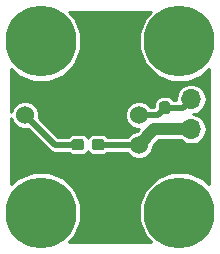
<source format=gbr>
G04 #@! TF.GenerationSoftware,KiCad,Pcbnew,(5.0.2)-1*
G04 #@! TF.CreationDate,2019-04-11T17:23:55+09:00*
G04 #@! TF.ProjectId,Phote_Big,50686f74-655f-4426-9967-2e6b69636164,rev?*
G04 #@! TF.SameCoordinates,Original*
G04 #@! TF.FileFunction,Copper,L2,Bot*
G04 #@! TF.FilePolarity,Positive*
%FSLAX46Y46*%
G04 Gerber Fmt 4.6, Leading zero omitted, Abs format (unit mm)*
G04 Created by KiCad (PCBNEW (5.0.2)-1) date 2019/04/11 17:23:55*
%MOMM*%
%LPD*%
G01*
G04 APERTURE LIST*
G04 #@! TA.AperFunction,Conductor*
%ADD10C,0.100000*%
G04 #@! TD*
G04 #@! TA.AperFunction,SMDPad,CuDef*
%ADD11C,0.950000*%
G04 #@! TD*
G04 #@! TA.AperFunction,ComponentPad*
%ADD12C,1.524000*%
G04 #@! TD*
G04 #@! TA.AperFunction,ComponentPad*
%ADD13R,1.700000X1.700000*%
G04 #@! TD*
G04 #@! TA.AperFunction,ComponentPad*
%ADD14O,1.700000X1.700000*%
G04 #@! TD*
G04 #@! TA.AperFunction,ViaPad*
%ADD15C,6.000000*%
G04 #@! TD*
G04 #@! TA.AperFunction,Conductor*
%ADD16C,0.500000*%
G04 #@! TD*
G04 #@! TA.AperFunction,Conductor*
%ADD17C,1.000000*%
G04 #@! TD*
G04 #@! TA.AperFunction,Conductor*
%ADD18C,0.254000*%
G04 #@! TD*
G04 APERTURE END LIST*
D10*
G04 #@! TO.N,Net-(R1-Pad1)*
G04 #@! TO.C,R1*
G36*
X139685779Y-115776144D02*
X139708834Y-115779563D01*
X139731443Y-115785227D01*
X139753387Y-115793079D01*
X139774457Y-115803044D01*
X139794448Y-115815026D01*
X139813168Y-115828910D01*
X139830438Y-115844562D01*
X139846090Y-115861832D01*
X139859974Y-115880552D01*
X139871956Y-115900543D01*
X139881921Y-115921613D01*
X139889773Y-115943557D01*
X139895437Y-115966166D01*
X139898856Y-115989221D01*
X139900000Y-116012500D01*
X139900000Y-116487500D01*
X139898856Y-116510779D01*
X139895437Y-116533834D01*
X139889773Y-116556443D01*
X139881921Y-116578387D01*
X139871956Y-116599457D01*
X139859974Y-116619448D01*
X139846090Y-116638168D01*
X139830438Y-116655438D01*
X139813168Y-116671090D01*
X139794448Y-116684974D01*
X139774457Y-116696956D01*
X139753387Y-116706921D01*
X139731443Y-116714773D01*
X139708834Y-116720437D01*
X139685779Y-116723856D01*
X139662500Y-116725000D01*
X139087500Y-116725000D01*
X139064221Y-116723856D01*
X139041166Y-116720437D01*
X139018557Y-116714773D01*
X138996613Y-116706921D01*
X138975543Y-116696956D01*
X138955552Y-116684974D01*
X138936832Y-116671090D01*
X138919562Y-116655438D01*
X138903910Y-116638168D01*
X138890026Y-116619448D01*
X138878044Y-116599457D01*
X138868079Y-116578387D01*
X138860227Y-116556443D01*
X138854563Y-116533834D01*
X138851144Y-116510779D01*
X138850000Y-116487500D01*
X138850000Y-116012500D01*
X138851144Y-115989221D01*
X138854563Y-115966166D01*
X138860227Y-115943557D01*
X138868079Y-115921613D01*
X138878044Y-115900543D01*
X138890026Y-115880552D01*
X138903910Y-115861832D01*
X138919562Y-115844562D01*
X138936832Y-115828910D01*
X138955552Y-115815026D01*
X138975543Y-115803044D01*
X138996613Y-115793079D01*
X139018557Y-115785227D01*
X139041166Y-115779563D01*
X139064221Y-115776144D01*
X139087500Y-115775000D01*
X139662500Y-115775000D01*
X139685779Y-115776144D01*
X139685779Y-115776144D01*
G37*
D11*
G04 #@! TD*
G04 #@! TO.P,R1,1*
G04 #@! TO.N,Net-(R1-Pad1)*
X139375000Y-116250000D03*
D10*
G04 #@! TO.N,+5V*
G04 #@! TO.C,R1*
G36*
X141435779Y-115776144D02*
X141458834Y-115779563D01*
X141481443Y-115785227D01*
X141503387Y-115793079D01*
X141524457Y-115803044D01*
X141544448Y-115815026D01*
X141563168Y-115828910D01*
X141580438Y-115844562D01*
X141596090Y-115861832D01*
X141609974Y-115880552D01*
X141621956Y-115900543D01*
X141631921Y-115921613D01*
X141639773Y-115943557D01*
X141645437Y-115966166D01*
X141648856Y-115989221D01*
X141650000Y-116012500D01*
X141650000Y-116487500D01*
X141648856Y-116510779D01*
X141645437Y-116533834D01*
X141639773Y-116556443D01*
X141631921Y-116578387D01*
X141621956Y-116599457D01*
X141609974Y-116619448D01*
X141596090Y-116638168D01*
X141580438Y-116655438D01*
X141563168Y-116671090D01*
X141544448Y-116684974D01*
X141524457Y-116696956D01*
X141503387Y-116706921D01*
X141481443Y-116714773D01*
X141458834Y-116720437D01*
X141435779Y-116723856D01*
X141412500Y-116725000D01*
X140837500Y-116725000D01*
X140814221Y-116723856D01*
X140791166Y-116720437D01*
X140768557Y-116714773D01*
X140746613Y-116706921D01*
X140725543Y-116696956D01*
X140705552Y-116684974D01*
X140686832Y-116671090D01*
X140669562Y-116655438D01*
X140653910Y-116638168D01*
X140640026Y-116619448D01*
X140628044Y-116599457D01*
X140618079Y-116578387D01*
X140610227Y-116556443D01*
X140604563Y-116533834D01*
X140601144Y-116510779D01*
X140600000Y-116487500D01*
X140600000Y-116012500D01*
X140601144Y-115989221D01*
X140604563Y-115966166D01*
X140610227Y-115943557D01*
X140618079Y-115921613D01*
X140628044Y-115900543D01*
X140640026Y-115880552D01*
X140653910Y-115861832D01*
X140669562Y-115844562D01*
X140686832Y-115828910D01*
X140705552Y-115815026D01*
X140725543Y-115803044D01*
X140746613Y-115793079D01*
X140768557Y-115785227D01*
X140791166Y-115779563D01*
X140814221Y-115776144D01*
X140837500Y-115775000D01*
X141412500Y-115775000D01*
X141435779Y-115776144D01*
X141435779Y-115776144D01*
G37*
D11*
G04 #@! TD*
G04 #@! TO.P,R1,2*
G04 #@! TO.N,+5V*
X141125000Y-116250000D03*
D10*
G04 #@! TO.N,GND*
G04 #@! TO.C,R2*
G36*
X147010779Y-110851144D02*
X147033834Y-110854563D01*
X147056443Y-110860227D01*
X147078387Y-110868079D01*
X147099457Y-110878044D01*
X147119448Y-110890026D01*
X147138168Y-110903910D01*
X147155438Y-110919562D01*
X147171090Y-110936832D01*
X147184974Y-110955552D01*
X147196956Y-110975543D01*
X147206921Y-110996613D01*
X147214773Y-111018557D01*
X147220437Y-111041166D01*
X147223856Y-111064221D01*
X147225000Y-111087500D01*
X147225000Y-111662500D01*
X147223856Y-111685779D01*
X147220437Y-111708834D01*
X147214773Y-111731443D01*
X147206921Y-111753387D01*
X147196956Y-111774457D01*
X147184974Y-111794448D01*
X147171090Y-111813168D01*
X147155438Y-111830438D01*
X147138168Y-111846090D01*
X147119448Y-111859974D01*
X147099457Y-111871956D01*
X147078387Y-111881921D01*
X147056443Y-111889773D01*
X147033834Y-111895437D01*
X147010779Y-111898856D01*
X146987500Y-111900000D01*
X146512500Y-111900000D01*
X146489221Y-111898856D01*
X146466166Y-111895437D01*
X146443557Y-111889773D01*
X146421613Y-111881921D01*
X146400543Y-111871956D01*
X146380552Y-111859974D01*
X146361832Y-111846090D01*
X146344562Y-111830438D01*
X146328910Y-111813168D01*
X146315026Y-111794448D01*
X146303044Y-111774457D01*
X146293079Y-111753387D01*
X146285227Y-111731443D01*
X146279563Y-111708834D01*
X146276144Y-111685779D01*
X146275000Y-111662500D01*
X146275000Y-111087500D01*
X146276144Y-111064221D01*
X146279563Y-111041166D01*
X146285227Y-111018557D01*
X146293079Y-110996613D01*
X146303044Y-110975543D01*
X146315026Y-110955552D01*
X146328910Y-110936832D01*
X146344562Y-110919562D01*
X146361832Y-110903910D01*
X146380552Y-110890026D01*
X146400543Y-110878044D01*
X146421613Y-110868079D01*
X146443557Y-110860227D01*
X146466166Y-110854563D01*
X146489221Y-110851144D01*
X146512500Y-110850000D01*
X146987500Y-110850000D01*
X147010779Y-110851144D01*
X147010779Y-110851144D01*
G37*
D11*
G04 #@! TD*
G04 #@! TO.P,R2,2*
G04 #@! TO.N,GND*
X146750000Y-111375000D03*
D10*
G04 #@! TO.N,OUT*
G04 #@! TO.C,R2*
G36*
X147010779Y-112601144D02*
X147033834Y-112604563D01*
X147056443Y-112610227D01*
X147078387Y-112618079D01*
X147099457Y-112628044D01*
X147119448Y-112640026D01*
X147138168Y-112653910D01*
X147155438Y-112669562D01*
X147171090Y-112686832D01*
X147184974Y-112705552D01*
X147196956Y-112725543D01*
X147206921Y-112746613D01*
X147214773Y-112768557D01*
X147220437Y-112791166D01*
X147223856Y-112814221D01*
X147225000Y-112837500D01*
X147225000Y-113412500D01*
X147223856Y-113435779D01*
X147220437Y-113458834D01*
X147214773Y-113481443D01*
X147206921Y-113503387D01*
X147196956Y-113524457D01*
X147184974Y-113544448D01*
X147171090Y-113563168D01*
X147155438Y-113580438D01*
X147138168Y-113596090D01*
X147119448Y-113609974D01*
X147099457Y-113621956D01*
X147078387Y-113631921D01*
X147056443Y-113639773D01*
X147033834Y-113645437D01*
X147010779Y-113648856D01*
X146987500Y-113650000D01*
X146512500Y-113650000D01*
X146489221Y-113648856D01*
X146466166Y-113645437D01*
X146443557Y-113639773D01*
X146421613Y-113631921D01*
X146400543Y-113621956D01*
X146380552Y-113609974D01*
X146361832Y-113596090D01*
X146344562Y-113580438D01*
X146328910Y-113563168D01*
X146315026Y-113544448D01*
X146303044Y-113524457D01*
X146293079Y-113503387D01*
X146285227Y-113481443D01*
X146279563Y-113458834D01*
X146276144Y-113435779D01*
X146275000Y-113412500D01*
X146275000Y-112837500D01*
X146276144Y-112814221D01*
X146279563Y-112791166D01*
X146285227Y-112768557D01*
X146293079Y-112746613D01*
X146303044Y-112725543D01*
X146315026Y-112705552D01*
X146328910Y-112686832D01*
X146344562Y-112669562D01*
X146361832Y-112653910D01*
X146380552Y-112640026D01*
X146400543Y-112628044D01*
X146421613Y-112618079D01*
X146443557Y-112610227D01*
X146466166Y-112604563D01*
X146489221Y-112601144D01*
X146512500Y-112600000D01*
X146987500Y-112600000D01*
X147010779Y-112601144D01*
X147010779Y-112601144D01*
G37*
D11*
G04 #@! TD*
G04 #@! TO.P,R2,1*
G04 #@! TO.N,OUT*
X146750000Y-113125000D03*
D12*
G04 #@! TO.P,U1,1*
G04 #@! TO.N,Net-(R1-Pad1)*
X134950000Y-113730000D03*
G04 #@! TO.P,U1,2*
G04 #@! TO.N,GND*
X134950000Y-116270000D03*
G04 #@! TO.P,U1,3*
G04 #@! TO.N,OUT*
X144550000Y-113730000D03*
G04 #@! TO.P,U1,4*
G04 #@! TO.N,+5V*
X144550000Y-116270000D03*
G04 #@! TD*
D13*
G04 #@! TO.P,P1,1*
G04 #@! TO.N,GND*
X149000000Y-117500000D03*
D14*
G04 #@! TO.P,P1,2*
G04 #@! TO.N,+5V*
X149000000Y-114960000D03*
G04 #@! TO.P,P1,3*
G04 #@! TO.N,OUT*
X149000000Y-112420000D03*
G04 #@! TD*
D15*
G04 #@! TO.N,*
X136250000Y-107500000D03*
X148000000Y-122000000D03*
X136250000Y-122000000D03*
X148000000Y-107500000D03*
G04 #@! TD*
D16*
G04 #@! TO.N,Net-(R1-Pad1)*
X137470000Y-116250000D02*
X134950000Y-113730000D01*
X139375000Y-116250000D02*
X137470000Y-116250000D01*
D17*
G04 #@! TO.N,+5V*
X145860000Y-114960000D02*
X144550000Y-116270000D01*
X149000000Y-114960000D02*
X145860000Y-114960000D01*
D16*
X141145000Y-116270000D02*
X141125000Y-116250000D01*
X144550000Y-116270000D02*
X141145000Y-116270000D01*
G04 #@! TO.N,OUT*
X146145000Y-113730000D02*
X146750000Y-113125000D01*
X144550000Y-113730000D02*
X146145000Y-113730000D01*
X148295000Y-113125000D02*
X149000000Y-112420000D01*
X146750000Y-113125000D02*
X148295000Y-113125000D01*
G04 #@! TD*
D18*
G04 #@! TO.N,GND*
G36*
X145094730Y-105558760D02*
X144573000Y-106818327D01*
X144573000Y-108181673D01*
X145094730Y-109441240D01*
X146058760Y-110405270D01*
X147318327Y-110927000D01*
X148681673Y-110927000D01*
X149941240Y-110405270D01*
X150473001Y-109873509D01*
X150473000Y-119626490D01*
X149941240Y-119094730D01*
X148681673Y-118573000D01*
X147318327Y-118573000D01*
X146058760Y-119094730D01*
X145094730Y-120058760D01*
X144573000Y-121318327D01*
X144573000Y-122681673D01*
X145094730Y-123941240D01*
X145626490Y-124473000D01*
X138623510Y-124473000D01*
X139155270Y-123941240D01*
X139677000Y-122681673D01*
X139677000Y-121318327D01*
X139155270Y-120058760D01*
X138191240Y-119094730D01*
X136931673Y-118573000D01*
X135568327Y-118573000D01*
X134308760Y-119094730D01*
X133777000Y-119626490D01*
X133777000Y-114005134D01*
X133942014Y-114403514D01*
X134276486Y-114737986D01*
X134713493Y-114919000D01*
X135181579Y-114919000D01*
X136944138Y-116681560D01*
X136981910Y-116738090D01*
X137205848Y-116887720D01*
X137403322Y-116927000D01*
X137403323Y-116927000D01*
X137469999Y-116940263D01*
X137536676Y-116927000D01*
X138587467Y-116927000D01*
X138611713Y-116963287D01*
X138830006Y-117109146D01*
X139087500Y-117160365D01*
X139662500Y-117160365D01*
X139919994Y-117109146D01*
X140138287Y-116963287D01*
X140250000Y-116796097D01*
X140361713Y-116963287D01*
X140580006Y-117109146D01*
X140837500Y-117160365D01*
X141412500Y-117160365D01*
X141669994Y-117109146D01*
X141888287Y-116963287D01*
X141899170Y-116947000D01*
X143545500Y-116947000D01*
X143876486Y-117277986D01*
X144313493Y-117459000D01*
X144786507Y-117459000D01*
X145223514Y-117277986D01*
X145557986Y-116943514D01*
X145739000Y-116506507D01*
X145739000Y-116391975D01*
X146243976Y-115887000D01*
X148088816Y-115887000D01*
X148501740Y-116162907D01*
X148874231Y-116237000D01*
X149125769Y-116237000D01*
X149498260Y-116162907D01*
X149920665Y-115880665D01*
X150202907Y-115458260D01*
X150302017Y-114960000D01*
X150202907Y-114461740D01*
X149920665Y-114039335D01*
X149498260Y-113757093D01*
X149160960Y-113690000D01*
X149498260Y-113622907D01*
X149920665Y-113340665D01*
X150202907Y-112918260D01*
X150302017Y-112420000D01*
X150202907Y-111921740D01*
X149920665Y-111499335D01*
X149498260Y-111217093D01*
X149125769Y-111143000D01*
X148874231Y-111143000D01*
X148501740Y-111217093D01*
X148079335Y-111499335D01*
X147797093Y-111921740D01*
X147697983Y-112420000D01*
X147703553Y-112448000D01*
X147520942Y-112448000D01*
X147463287Y-112361713D01*
X147244994Y-112215854D01*
X146987500Y-112164635D01*
X146512500Y-112164635D01*
X146255006Y-112215854D01*
X146036713Y-112361713D01*
X145890854Y-112580006D01*
X145839635Y-112837500D01*
X145839635Y-113053000D01*
X145554500Y-113053000D01*
X145223514Y-112722014D01*
X144786507Y-112541000D01*
X144313493Y-112541000D01*
X143876486Y-112722014D01*
X143542014Y-113056486D01*
X143361000Y-113493493D01*
X143361000Y-113966507D01*
X143542014Y-114403514D01*
X143876486Y-114737986D01*
X144313493Y-114919000D01*
X144590024Y-114919000D01*
X144428025Y-115081000D01*
X144313493Y-115081000D01*
X143876486Y-115262014D01*
X143545500Y-115593000D01*
X141925897Y-115593000D01*
X141888287Y-115536713D01*
X141669994Y-115390854D01*
X141412500Y-115339635D01*
X140837500Y-115339635D01*
X140580006Y-115390854D01*
X140361713Y-115536713D01*
X140250000Y-115703903D01*
X140138287Y-115536713D01*
X139919994Y-115390854D01*
X139662500Y-115339635D01*
X139087500Y-115339635D01*
X138830006Y-115390854D01*
X138611713Y-115536713D01*
X138587467Y-115573000D01*
X137750422Y-115573000D01*
X136139000Y-113961579D01*
X136139000Y-113493493D01*
X135957986Y-113056486D01*
X135623514Y-112722014D01*
X135186507Y-112541000D01*
X134713493Y-112541000D01*
X134276486Y-112722014D01*
X133942014Y-113056486D01*
X133777000Y-113454866D01*
X133777000Y-109873510D01*
X134308760Y-110405270D01*
X135568327Y-110927000D01*
X136931673Y-110927000D01*
X138191240Y-110405270D01*
X139155270Y-109441240D01*
X139677000Y-108181673D01*
X139677000Y-106818327D01*
X139155270Y-105558760D01*
X138623510Y-105027000D01*
X145626490Y-105027000D01*
X145094730Y-105558760D01*
X145094730Y-105558760D01*
G37*
X145094730Y-105558760D02*
X144573000Y-106818327D01*
X144573000Y-108181673D01*
X145094730Y-109441240D01*
X146058760Y-110405270D01*
X147318327Y-110927000D01*
X148681673Y-110927000D01*
X149941240Y-110405270D01*
X150473001Y-109873509D01*
X150473000Y-119626490D01*
X149941240Y-119094730D01*
X148681673Y-118573000D01*
X147318327Y-118573000D01*
X146058760Y-119094730D01*
X145094730Y-120058760D01*
X144573000Y-121318327D01*
X144573000Y-122681673D01*
X145094730Y-123941240D01*
X145626490Y-124473000D01*
X138623510Y-124473000D01*
X139155270Y-123941240D01*
X139677000Y-122681673D01*
X139677000Y-121318327D01*
X139155270Y-120058760D01*
X138191240Y-119094730D01*
X136931673Y-118573000D01*
X135568327Y-118573000D01*
X134308760Y-119094730D01*
X133777000Y-119626490D01*
X133777000Y-114005134D01*
X133942014Y-114403514D01*
X134276486Y-114737986D01*
X134713493Y-114919000D01*
X135181579Y-114919000D01*
X136944138Y-116681560D01*
X136981910Y-116738090D01*
X137205848Y-116887720D01*
X137403322Y-116927000D01*
X137403323Y-116927000D01*
X137469999Y-116940263D01*
X137536676Y-116927000D01*
X138587467Y-116927000D01*
X138611713Y-116963287D01*
X138830006Y-117109146D01*
X139087500Y-117160365D01*
X139662500Y-117160365D01*
X139919994Y-117109146D01*
X140138287Y-116963287D01*
X140250000Y-116796097D01*
X140361713Y-116963287D01*
X140580006Y-117109146D01*
X140837500Y-117160365D01*
X141412500Y-117160365D01*
X141669994Y-117109146D01*
X141888287Y-116963287D01*
X141899170Y-116947000D01*
X143545500Y-116947000D01*
X143876486Y-117277986D01*
X144313493Y-117459000D01*
X144786507Y-117459000D01*
X145223514Y-117277986D01*
X145557986Y-116943514D01*
X145739000Y-116506507D01*
X145739000Y-116391975D01*
X146243976Y-115887000D01*
X148088816Y-115887000D01*
X148501740Y-116162907D01*
X148874231Y-116237000D01*
X149125769Y-116237000D01*
X149498260Y-116162907D01*
X149920665Y-115880665D01*
X150202907Y-115458260D01*
X150302017Y-114960000D01*
X150202907Y-114461740D01*
X149920665Y-114039335D01*
X149498260Y-113757093D01*
X149160960Y-113690000D01*
X149498260Y-113622907D01*
X149920665Y-113340665D01*
X150202907Y-112918260D01*
X150302017Y-112420000D01*
X150202907Y-111921740D01*
X149920665Y-111499335D01*
X149498260Y-111217093D01*
X149125769Y-111143000D01*
X148874231Y-111143000D01*
X148501740Y-111217093D01*
X148079335Y-111499335D01*
X147797093Y-111921740D01*
X147697983Y-112420000D01*
X147703553Y-112448000D01*
X147520942Y-112448000D01*
X147463287Y-112361713D01*
X147244994Y-112215854D01*
X146987500Y-112164635D01*
X146512500Y-112164635D01*
X146255006Y-112215854D01*
X146036713Y-112361713D01*
X145890854Y-112580006D01*
X145839635Y-112837500D01*
X145839635Y-113053000D01*
X145554500Y-113053000D01*
X145223514Y-112722014D01*
X144786507Y-112541000D01*
X144313493Y-112541000D01*
X143876486Y-112722014D01*
X143542014Y-113056486D01*
X143361000Y-113493493D01*
X143361000Y-113966507D01*
X143542014Y-114403514D01*
X143876486Y-114737986D01*
X144313493Y-114919000D01*
X144590024Y-114919000D01*
X144428025Y-115081000D01*
X144313493Y-115081000D01*
X143876486Y-115262014D01*
X143545500Y-115593000D01*
X141925897Y-115593000D01*
X141888287Y-115536713D01*
X141669994Y-115390854D01*
X141412500Y-115339635D01*
X140837500Y-115339635D01*
X140580006Y-115390854D01*
X140361713Y-115536713D01*
X140250000Y-115703903D01*
X140138287Y-115536713D01*
X139919994Y-115390854D01*
X139662500Y-115339635D01*
X139087500Y-115339635D01*
X138830006Y-115390854D01*
X138611713Y-115536713D01*
X138587467Y-115573000D01*
X137750422Y-115573000D01*
X136139000Y-113961579D01*
X136139000Y-113493493D01*
X135957986Y-113056486D01*
X135623514Y-112722014D01*
X135186507Y-112541000D01*
X134713493Y-112541000D01*
X134276486Y-112722014D01*
X133942014Y-113056486D01*
X133777000Y-113454866D01*
X133777000Y-109873510D01*
X134308760Y-110405270D01*
X135568327Y-110927000D01*
X136931673Y-110927000D01*
X138191240Y-110405270D01*
X139155270Y-109441240D01*
X139677000Y-108181673D01*
X139677000Y-106818327D01*
X139155270Y-105558760D01*
X138623510Y-105027000D01*
X145626490Y-105027000D01*
X145094730Y-105558760D01*
G04 #@! TD*
M02*

</source>
